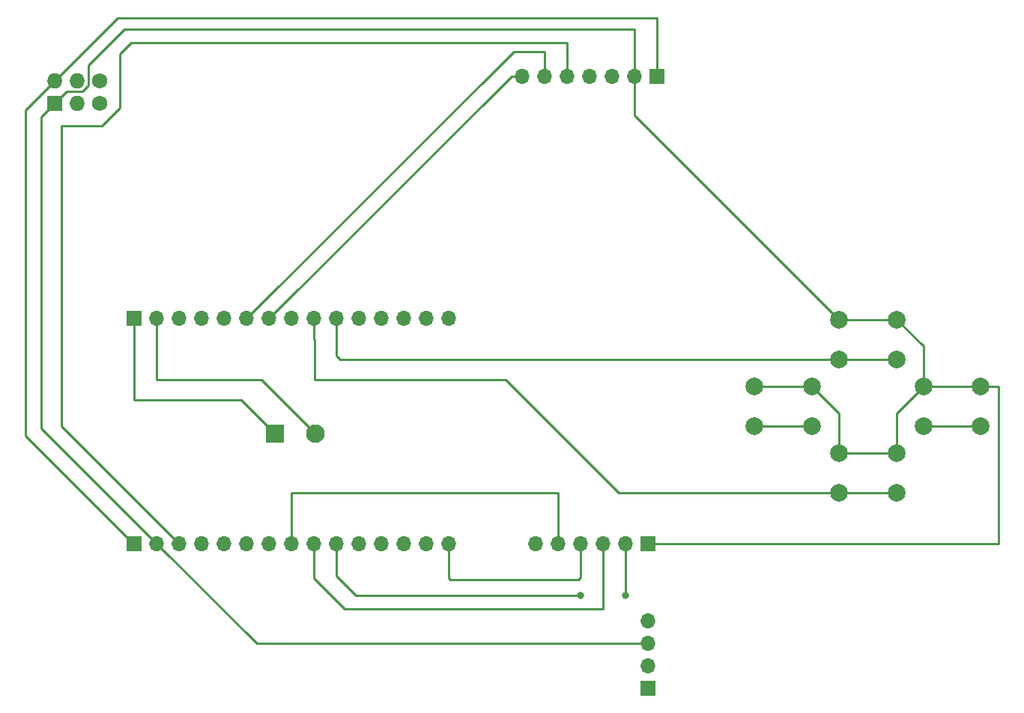
<source format=gbr>
%TF.GenerationSoftware,KiCad,Pcbnew,7.0.2-0*%
%TF.CreationDate,2023-06-19T18:33:07-07:00*%
%TF.ProjectId,FrogBadge,46726f67-4261-4646-9765-2e6b69636164,1.1*%
%TF.SameCoordinates,Original*%
%TF.FileFunction,Copper,L1,Top*%
%TF.FilePolarity,Positive*%
%FSLAX46Y46*%
G04 Gerber Fmt 4.6, Leading zero omitted, Abs format (unit mm)*
G04 Created by KiCad (PCBNEW 7.0.2-0) date 2023-06-19 18:33:07*
%MOMM*%
%LPD*%
G01*
G04 APERTURE LIST*
G04 Aperture macros list*
%AMRoundRect*
0 Rectangle with rounded corners*
0 $1 Rounding radius*
0 $2 $3 $4 $5 $6 $7 $8 $9 X,Y pos of 4 corners*
0 Add a 4 corners polygon primitive as box body*
4,1,4,$2,$3,$4,$5,$6,$7,$8,$9,$2,$3,0*
0 Add four circle primitives for the rounded corners*
1,1,$1+$1,$2,$3*
1,1,$1+$1,$4,$5*
1,1,$1+$1,$6,$7*
1,1,$1+$1,$8,$9*
0 Add four rect primitives between the rounded corners*
20,1,$1+$1,$2,$3,$4,$5,0*
20,1,$1+$1,$4,$5,$6,$7,0*
20,1,$1+$1,$6,$7,$8,$9,0*
20,1,$1+$1,$8,$9,$2,$3,0*%
G04 Aperture macros list end*
%TA.AperFunction,ComponentPad*%
%ADD10C,2.000000*%
%TD*%
%TA.AperFunction,ComponentPad*%
%ADD11R,1.700000X1.700000*%
%TD*%
%TA.AperFunction,ComponentPad*%
%ADD12O,1.700000X1.700000*%
%TD*%
%TA.AperFunction,ComponentPad*%
%ADD13O,1.727200X1.727200*%
%TD*%
%TA.AperFunction,ComponentPad*%
%ADD14R,1.727200X1.727200*%
%TD*%
%TA.AperFunction,ComponentPad*%
%ADD15C,1.727200*%
%TD*%
%TA.AperFunction,ComponentPad*%
%ADD16RoundRect,0.250001X-0.799999X-0.799999X0.799999X-0.799999X0.799999X0.799999X-0.799999X0.799999X0*%
%TD*%
%TA.AperFunction,ComponentPad*%
%ADD17C,2.100000*%
%TD*%
%TA.AperFunction,ViaPad*%
%ADD18C,0.800000*%
%TD*%
%TA.AperFunction,Conductor*%
%ADD19C,0.250000*%
%TD*%
G04 APERTURE END LIST*
D10*
%TO.P,SW3,1,1*%
%TO.N,GND*%
X453009000Y-308102000D03*
X459509000Y-308102000D03*
%TO.P,SW3,2,2*%
%TO.N,Net-(J1-TX0)*%
X453009000Y-312602000D03*
X459509000Y-312602000D03*
%TD*%
D11*
%TO.P,J1,1,3v3*%
%TO.N,+3V3*%
X363843500Y-325907000D03*
D12*
%TO.P,J1,2,GND*%
%TO.N,GND*%
X366383500Y-325907000D03*
%TO.P,J1,3,D15*%
%TO.N,Net-(J1-D15)*%
X368923500Y-325907000D03*
%TO.P,J1,4,D2*%
%TO.N,unconnected-(J1-D2-Pad4)*%
X371463500Y-325907000D03*
%TO.P,J1,5,D4*%
%TO.N,unconnected-(J1-D4-Pad5)*%
X374003500Y-325907000D03*
%TO.P,J1,6,RX2*%
%TO.N,unconnected-(J1-RX2-Pad6)*%
X376543500Y-325907000D03*
%TO.P,J1,7,TX2*%
%TO.N,unconnected-(J1-TX2-Pad7)*%
X379083500Y-325907000D03*
%TO.P,J1,8,D5*%
%TO.N,Net-(J1-D5)*%
X381623500Y-325907000D03*
%TO.P,J1,9,D18*%
%TO.N,Net-(J1-D18)*%
X384163500Y-325907000D03*
%TO.P,J1,10,D19*%
%TO.N,Net-(J1-D19)*%
X386703500Y-325907000D03*
%TO.P,J1,11,D21*%
%TO.N,Net-(J1-D21)*%
X389243500Y-325907000D03*
%TO.P,J1,12,RX0*%
%TO.N,Net-(J1-RX0)*%
X391783500Y-325907000D03*
%TO.P,J1,13,TX0*%
%TO.N,Net-(J1-TX0)*%
X394323500Y-325907000D03*
%TO.P,J1,14,D22*%
%TO.N,Net-(J1-D22)*%
X396863500Y-325907000D03*
%TO.P,J1,15,D23*%
%TO.N,Net-(J1-D23)*%
X399403500Y-325907000D03*
%TD*%
D11*
%TO.P,J3,1,GND*%
%TO.N,GND*%
X421894000Y-325882000D03*
D12*
%TO.P,J3,2,MISO*%
%TO.N,Net-(J1-D19)*%
X419354000Y-325882000D03*
%TO.P,J3,3,CLK*%
%TO.N,Net-(J1-D18)*%
X416814000Y-325882000D03*
%TO.P,J3,4,MOSI*%
%TO.N,Net-(J1-D23)*%
X414274000Y-325882000D03*
%TO.P,J3,5,CS*%
%TO.N,Net-(J1-D5)*%
X411734000Y-325882000D03*
%TO.P,J3,6,3v3*%
%TO.N,+3V3*%
X409194000Y-325882000D03*
%TD*%
D13*
%TO.P,X1,1,VCC*%
%TO.N,+3V3*%
X354838000Y-273558000D03*
D14*
%TO.P,X1,2,GND*%
%TO.N,GND*%
X354838000Y-276098000D03*
D13*
%TO.P,X1,3,SDA*%
%TO.N,unconnected-(X1-SDA-Pad3)*%
X357378000Y-273558000D03*
%TO.P,X1,4,SCL*%
%TO.N,unconnected-(X1-SCL-Pad4)*%
X357378000Y-276098000D03*
D15*
%TO.P,X1,5,GPIO1*%
%TO.N,unconnected-(X1-GPIO1-Pad5)*%
X359918000Y-273558000D03*
%TO.P,X1,6,GPIO2*%
%TO.N,unconnected-(X1-GPIO2-Pad6)*%
X359918000Y-276098000D03*
%TD*%
D10*
%TO.P,SW2,1,1*%
%TO.N,GND*%
X443484000Y-315671200D03*
X449984000Y-315671200D03*
%TO.P,SW2,2,2*%
%TO.N,Net-(J2-D33)*%
X443484000Y-320171200D03*
X449984000Y-320171200D03*
%TD*%
%TO.P,SW4,1,1*%
%TO.N,GND*%
X433936000Y-308102000D03*
X440436000Y-308102000D03*
%TO.P,SW4,2,2*%
%TO.N,Net-(J1-RX0)*%
X433936000Y-312602000D03*
X440436000Y-312602000D03*
%TD*%
D11*
%TO.P,J5,1,SDA*%
%TO.N,Net-(J1-D21)*%
X421894000Y-342265000D03*
D12*
%TO.P,J5,2,SCL*%
%TO.N,Net-(J1-D22)*%
X421894000Y-339725000D03*
%TO.P,J5,3,GND*%
%TO.N,GND*%
X421894000Y-337185000D03*
%TO.P,J5,4,3v3*%
%TO.N,+3V3*%
X421894000Y-334645000D03*
%TD*%
D16*
%TO.P,BT1,1,VIN*%
%TO.N,Net-(BT1-VIN)*%
X379730000Y-313436000D03*
D17*
%TO.P,BT1,2,GND*%
%TO.N,Net-(BT1-GND)*%
X384330000Y-313436000D03*
%TD*%
D10*
%TO.P,SW1,1,1*%
%TO.N,GND*%
X443484000Y-300554000D03*
X449984000Y-300554000D03*
%TO.P,SW1,2,2*%
%TO.N,Net-(J2-D32)*%
X443484000Y-305054000D03*
X449984000Y-305054000D03*
%TD*%
D11*
%TO.P,J4,1,VCC*%
%TO.N,+3V3*%
X422910000Y-273050000D03*
D12*
%TO.P,J4,2,GND*%
%TO.N,GND*%
X420370000Y-273050000D03*
%TO.P,J4,3,SCL*%
%TO.N,Net-(J2-D14)*%
X417830000Y-273050000D03*
%TO.P,J4,4,SDA*%
%TO.N,Net-(J2-D13)*%
X415290000Y-273050000D03*
%TO.P,J4,5,DC*%
%TO.N,Net-(J1-D15)*%
X412750000Y-273050000D03*
%TO.P,J4,6,CS*%
%TO.N,Net-(J2-D27)*%
X410210000Y-273050000D03*
%TO.P,J4,7,RST*%
%TO.N,Net-(J2-D26)*%
X407670000Y-273050000D03*
%TD*%
D11*
%TO.P,J2,1,VIN*%
%TO.N,Net-(BT1-VIN)*%
X363843500Y-300457000D03*
D12*
%TO.P,J2,2,GND*%
%TO.N,Net-(BT1-GND)*%
X366383500Y-300457000D03*
%TO.P,J2,3,D13*%
%TO.N,Net-(J2-D13)*%
X368923500Y-300457000D03*
%TO.P,J2,4,D12*%
%TO.N,unconnected-(J2-D12-Pad4)*%
X371463500Y-300457000D03*
%TO.P,J2,5,D14*%
%TO.N,Net-(J2-D14)*%
X374003500Y-300457000D03*
%TO.P,J2,6,D27*%
%TO.N,Net-(J2-D27)*%
X376543500Y-300457000D03*
%TO.P,J2,7,D26*%
%TO.N,Net-(J2-D26)*%
X379083500Y-300457000D03*
%TO.P,J2,8,D25*%
%TO.N,unconnected-(J2-D25-Pad8)*%
X381623500Y-300457000D03*
%TO.P,J2,9,D33*%
%TO.N,Net-(J2-D33)*%
X384163500Y-300457000D03*
%TO.P,J2,10,D32*%
%TO.N,Net-(J2-D32)*%
X386703500Y-300457000D03*
%TO.P,J2,11,D35*%
%TO.N,unconnected-(J2-D35-Pad11)*%
X389243500Y-300457000D03*
%TO.P,J2,12,D34*%
%TO.N,unconnected-(J2-D34-Pad12)*%
X391783500Y-300457000D03*
%TO.P,J2,13,VN*%
%TO.N,unconnected-(J2-VN-Pad13)*%
X394323500Y-300457000D03*
%TO.P,J2,14,VP*%
%TO.N,unconnected-(J2-VP-Pad14)*%
X396863500Y-300457000D03*
%TO.P,J2,15,EN*%
%TO.N,unconnected-(J2-EN-Pad15)*%
X399403500Y-300457000D03*
%TD*%
D18*
%TO.N,Net-(J1-D19)*%
X414274000Y-331724000D03*
X419354000Y-331724000D03*
%TD*%
D19*
%TO.N,GND*%
X421894000Y-337185000D02*
X377661500Y-337185000D01*
X377661500Y-337185000D02*
X366383500Y-325907000D01*
%TO.N,Net-(J1-D5)*%
X411734000Y-320167000D02*
X381635000Y-320167000D01*
X411734000Y-325882000D02*
X411734000Y-320167000D01*
X381635000Y-320167000D02*
X381623500Y-320178500D01*
X381623500Y-320178500D02*
X381623500Y-325907000D01*
%TO.N,Net-(J2-D33)*%
X384163500Y-300457000D02*
X384163500Y-302757896D01*
X384163500Y-302757896D02*
X384175000Y-302769396D01*
X384175000Y-302769396D02*
X384175000Y-307340000D01*
X418596200Y-320171200D02*
X443484000Y-320171200D01*
X384175000Y-307340000D02*
X405765000Y-307340000D01*
X405765000Y-307340000D02*
X418596200Y-320171200D01*
%TO.N,Net-(BT1-VIN)*%
X363843500Y-300457000D02*
X363843500Y-309626000D01*
X363843500Y-309626000D02*
X375920000Y-309626000D01*
X375920000Y-309626000D02*
X379730000Y-313436000D01*
%TO.N,Net-(BT1-GND)*%
X378234000Y-307340000D02*
X384330000Y-313436000D01*
X366383500Y-300457000D02*
X366383500Y-307340000D01*
X366383500Y-307340000D02*
X378234000Y-307340000D01*
%TO.N,+3V3*%
X351536000Y-313690000D02*
X363753000Y-325907000D01*
X354838000Y-273558000D02*
X351536000Y-276860000D01*
X422910000Y-266446000D02*
X422910000Y-273050000D01*
X354838000Y-273558000D02*
X361950000Y-266446000D01*
X361950000Y-266446000D02*
X422910000Y-266446000D01*
X351536000Y-276860000D02*
X351536000Y-313690000D01*
%TO.N,GND*%
X357967400Y-274746600D02*
X358648000Y-274066000D01*
X420370000Y-273050000D02*
X420370000Y-277440000D01*
X353314000Y-312837500D02*
X366383500Y-325907000D01*
X443484000Y-315671200D02*
X449984000Y-315671200D01*
X453009000Y-308102000D02*
X449984000Y-311127000D01*
X358648000Y-274066000D02*
X358648000Y-271780000D01*
X354838000Y-276098000D02*
X353314000Y-277622000D01*
X362712000Y-267716000D02*
X420370000Y-267716000D01*
X453009000Y-308102000D02*
X459509000Y-308102000D01*
X420370000Y-277440000D02*
X443484000Y-300554000D01*
X461518000Y-308102000D02*
X461518000Y-325882000D01*
X459509000Y-308102000D02*
X461518000Y-308102000D01*
X443484000Y-300554000D02*
X449984000Y-300554000D01*
X449984000Y-300554000D02*
X453009000Y-303579000D01*
X358648000Y-271780000D02*
X362712000Y-267716000D01*
X449984000Y-311127000D02*
X449984000Y-315671200D01*
X354838000Y-276098000D02*
X356189400Y-274746600D01*
X443484000Y-311150000D02*
X443484000Y-315671200D01*
X356189400Y-274746600D02*
X357967400Y-274746600D01*
X420370000Y-267716000D02*
X420370000Y-273050000D01*
X433936000Y-308102000D02*
X440436000Y-308102000D01*
X353314000Y-277622000D02*
X353314000Y-312837500D01*
X453009000Y-303579000D02*
X453009000Y-308102000D01*
X440436000Y-308102000D02*
X443484000Y-311150000D01*
X421894000Y-325882000D02*
X461518000Y-325882000D01*
%TO.N,Net-(J1-D15)*%
X355600000Y-278638000D02*
X360172000Y-278638000D01*
X412750000Y-269240000D02*
X412750000Y-273050000D01*
X355600000Y-312583500D02*
X355600000Y-278638000D01*
X362204000Y-270510000D02*
X363474000Y-269240000D01*
X363474000Y-269240000D02*
X412750000Y-269240000D01*
X362204000Y-276606000D02*
X362204000Y-270510000D01*
X368923500Y-325907000D02*
X355600000Y-312583500D01*
X360172000Y-278638000D02*
X362204000Y-276606000D01*
%TO.N,Net-(J1-D18)*%
X384163500Y-325907000D02*
X384163500Y-329807500D01*
X384163500Y-329807500D02*
X387604000Y-333248000D01*
X416814000Y-333248000D02*
X416814000Y-325882000D01*
X387604000Y-333248000D02*
X416814000Y-333248000D01*
%TO.N,Net-(J1-D19)*%
X388874000Y-331724000D02*
X414274000Y-331724000D01*
X386703500Y-329553500D02*
X388874000Y-331724000D01*
X386703500Y-325907000D02*
X386703500Y-329553500D01*
X419354000Y-325882000D02*
X419354000Y-331724000D01*
%TO.N,Net-(J1-D23)*%
X399542000Y-329946000D02*
X414020000Y-329946000D01*
X414020000Y-329946000D02*
X414274000Y-329692000D01*
X399403500Y-329807500D02*
X399542000Y-329946000D01*
X414274000Y-329692000D02*
X414274000Y-325882000D01*
X399403500Y-325907000D02*
X399403500Y-329807500D01*
%TO.N,Net-(J2-D27)*%
X406744500Y-270256000D02*
X410210000Y-270256000D01*
X410210000Y-270256000D02*
X410210000Y-273050000D01*
X376543500Y-300457000D02*
X406744500Y-270256000D01*
%TO.N,Net-(J2-D26)*%
X379083500Y-300457000D02*
X406490500Y-273050000D01*
X406490500Y-273050000D02*
X407670000Y-273050000D01*
%TO.N,Net-(J2-D33)*%
X443484000Y-320171200D02*
X449984000Y-320171200D01*
%TO.N,Net-(J2-D32)*%
X449984000Y-305054000D02*
X443484000Y-305054000D01*
X386703500Y-304661500D02*
X387096000Y-305054000D01*
X386703500Y-300457000D02*
X386703500Y-304661500D01*
X387096000Y-305054000D02*
X443484000Y-305054000D01*
%TO.N,Net-(J1-TX0)*%
X453009000Y-312602000D02*
X459509000Y-312602000D01*
%TO.N,Net-(J1-RX0)*%
X433936000Y-312602000D02*
X440436000Y-312602000D01*
%TD*%
M02*

</source>
